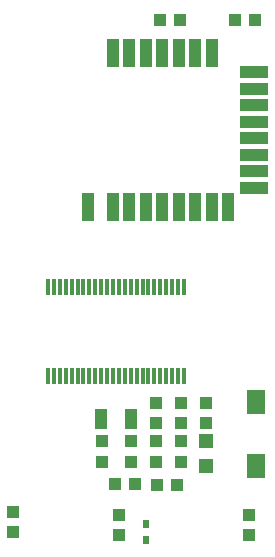
<source format=gbr>
G04 EAGLE Gerber RS-274X export*
G75*
%MOMM*%
%FSLAX34Y34*%
%LPD*%
%INSolderpaste Top*%
%IPPOS*%
%AMOC8*
5,1,8,0,0,1.08239X$1,22.5*%
G01*
%ADD10R,1.000000X1.100000*%
%ADD11R,1.100000X1.000000*%
%ADD12R,0.500000X0.700000*%
%ADD13R,1.200000X1.200000*%
%ADD14R,1.000000X2.410000*%
%ADD15R,2.410000X1.000000*%
%ADD16R,1.000000X1.800000*%
%ADD17R,1.600000X2.000000*%
%ADD18R,0.300000X1.475000*%


D10*
X171000Y1570800D03*
X171000Y1553800D03*
X171000Y1538500D03*
X171000Y1521500D03*
D11*
X254500Y1895500D03*
X237500Y1895500D03*
D10*
X192200Y1570900D03*
X192200Y1553900D03*
X150100Y1538500D03*
X150100Y1521500D03*
X125100Y1538500D03*
X125100Y1521500D03*
D11*
X171600Y1501500D03*
X188600Y1501500D03*
D12*
X162300Y1455400D03*
X162300Y1468400D03*
D13*
X213500Y1517500D03*
X213500Y1538500D03*
D14*
X218200Y1867600D03*
X204200Y1867600D03*
X190200Y1867600D03*
X176200Y1867600D03*
X162200Y1867600D03*
X148200Y1867600D03*
X134200Y1867600D03*
X218200Y1736600D03*
X204200Y1736600D03*
X190200Y1736600D03*
X176200Y1736600D03*
X162200Y1736600D03*
X148200Y1736600D03*
X134200Y1736600D03*
X113200Y1736600D03*
D15*
X254400Y1837100D03*
X254400Y1823100D03*
X254400Y1809100D03*
X254400Y1795100D03*
X254400Y1781100D03*
X254400Y1767100D03*
X254400Y1753100D03*
X254400Y1851100D03*
D14*
X232200Y1736600D03*
D16*
X149610Y1557920D03*
X124610Y1557920D03*
D10*
X174400Y1895500D03*
X191400Y1895500D03*
D11*
X192200Y1521500D03*
X192200Y1538500D03*
X139700Y1459000D03*
X139700Y1476000D03*
D10*
X153400Y1502200D03*
X136400Y1502200D03*
D11*
X213500Y1570900D03*
X213500Y1553900D03*
D17*
X255600Y1517700D03*
X255600Y1571700D03*
D18*
X79600Y1593920D03*
X84600Y1593920D03*
X89600Y1593920D03*
X94600Y1593920D03*
X99600Y1593920D03*
X104600Y1593920D03*
X109600Y1593920D03*
X114600Y1593920D03*
X119600Y1593920D03*
X124600Y1593920D03*
X129600Y1593920D03*
X134600Y1593920D03*
X139600Y1593920D03*
X144600Y1593920D03*
X149600Y1593920D03*
X154600Y1593920D03*
X159600Y1593920D03*
X164600Y1593920D03*
X169600Y1593920D03*
X174600Y1593920D03*
X179600Y1593920D03*
X184600Y1593920D03*
X189600Y1593920D03*
X194600Y1593920D03*
X194600Y1669680D03*
X189600Y1669680D03*
X184600Y1669680D03*
X179600Y1669680D03*
X174600Y1669680D03*
X169600Y1669680D03*
X164600Y1669680D03*
X159600Y1669680D03*
X154600Y1669680D03*
X149600Y1669680D03*
X144600Y1669680D03*
X139600Y1669680D03*
X134600Y1669680D03*
X129600Y1669680D03*
X124600Y1669680D03*
X119600Y1669680D03*
X114600Y1669680D03*
X109600Y1669680D03*
X104600Y1669680D03*
X99600Y1669680D03*
X94600Y1669680D03*
X89600Y1669680D03*
X84600Y1669680D03*
X79600Y1669680D03*
D11*
X250000Y1459000D03*
X250000Y1476000D03*
X50000Y1478500D03*
X50000Y1461500D03*
M02*

</source>
